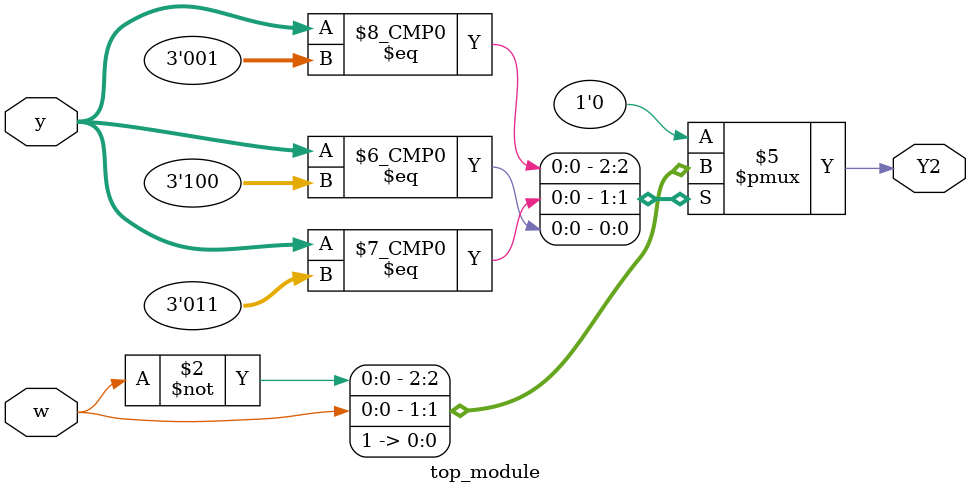
<source format=sv>
module top_module(
    input [3:1] y,
    input w,
    output reg Y2);

    always @(*) begin
        case (y)
            3'b000: Y2 = 1'b0; // State A
            3'b001: Y2 = ~w;   // State B
            3'b010: Y2 = 1'b0; // State C
            3'b011: Y2 = w;    // State D
            3'b100: Y2 = 1'b1; // State E
            3'b101: Y2 = 1'b0; // State F
            default: Y2 = 1'b0; // Default case
        endcase
    end

endmodule

</source>
